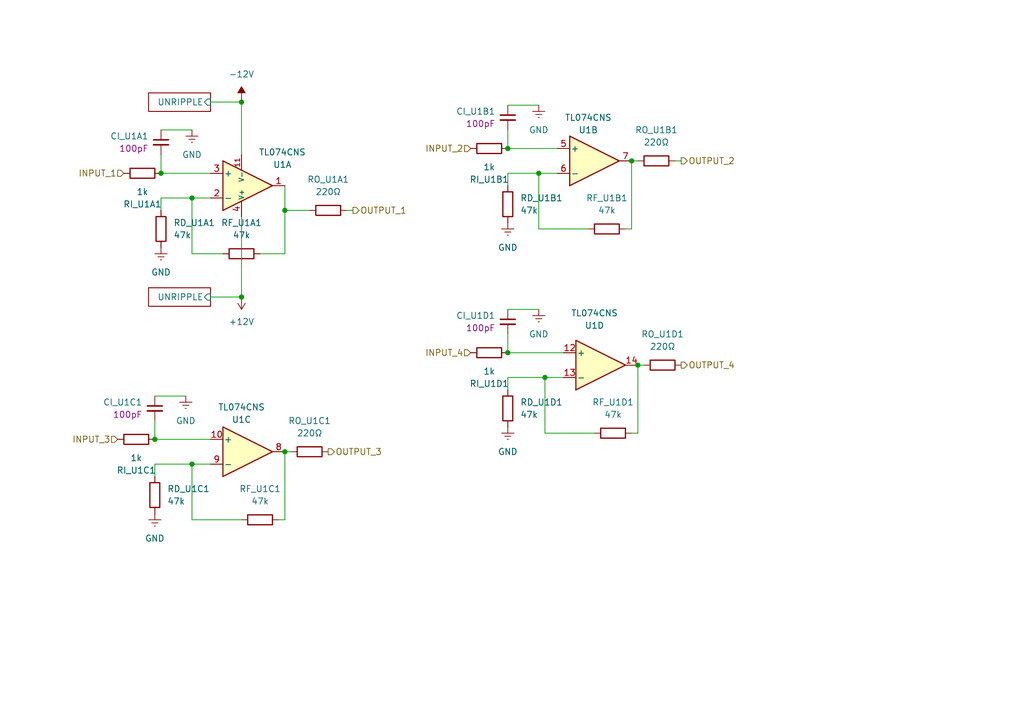
<source format=kicad_sch>
(kicad_sch (version 20250114) (generator "eeschema") (generator_version "9.0")
  (paper "A5")
  (title_block (title "MasterOfMuppets") (rev "0.0.0") (company "y3i12"))
  (lib_symbols
    (symbol "Device:R" (pin_numbers (hide yes)) (pin_names (offset 0))
      (property "Reference" "R" (at 2.032 0 90))
      (property "Value" "R" (at 0 0 90))
      (symbol "R_0_1"
        (rectangle (start -1.016 -2.54) (end 1.016 2.54) (stroke (width 0.254)))
      )
      (symbol "R_1_1"
        (pin passive line (at 0 3.81 270) (length 1.27) (name "~") (number "1"))
        (pin passive line (at 0 -3.81 90) (length 1.27) (name "~") (number "2"))
      )
    )
    (symbol "PCM_4ms_Capacitor:100pF_0603_50V" (pin_numbers (hide yes)) (pin_names (offset 0.254) (hide yes))
      (property "Reference" "C" (at 1.905 1.27 0))
      (property "Display" "100pF" (at 1.905 -1.27 0))
      (symbol "100pF_0603_50V_0_1"
        (polyline (pts (xy -1.524 0.508) (xy 1.524 0.508)) (stroke (width 0.3048)))
        (polyline (pts (xy -1.524 -0.508) (xy 1.524 -0.508)) (stroke (width 0.3302)))
      )
      (symbol "100pF_0603_50V_1_1"
        (pin passive line (at 0 2.54 270) (length 2.032) (name "~") (number "1"))
        (pin passive line (at 0 -2.54 90) (length 2.032) (name "~") (number "2"))
      )
    )
    (symbol "PCM_Amplifier_Operational_AKL:TL074CNS" (pin_names (offset 0.2))
      (property "Reference" "U" (at 1.27 7.62 0))
      (property "Value" "TL074CNS" (at 1.27 5.08 0))
      (symbol "TL074CNS_0_1"
        (polyline (pts (xy -3.81 5.08) (xy -3.81 -5.08) (xy 6.35 0) (xy -3.81 5.08)) (stroke (width 0.254)) (fill (type background)))
      )
      (symbol "TL074CNS_1_1"
        (pin input line (at -6.35 2.54 0) (length 2.54) (name "-") (number "2"))
        (pin input line (at -6.35 -2.54 0) (length 2.54) (name "+") (number "3"))
        (pin power_in line (at 0 6.35 270) (length 3.18) (name "V+") (number "4"))
        (pin power_in line (at 0 -6.35 90) (length 3.18) (name "V-") (number "11"))
        (pin output line (at 8.89 0 180) (length 2.54) (name "~") (number "1"))
      )
      (symbol "TL074CNS_2_1"
        (pin input line (at -6.35 2.54 0) (length 2.54) (name "-") (number "6"))
        (pin input line (at -6.35 -2.54 0) (length 2.54) (name "+") (number "5"))
        (pin output line (at 8.89 0 180) (length 2.54) (name "~") (number "7"))
      )
      (symbol "TL074CNS_3_1"
        (pin input line (at -6.35 2.54 0) (length 2.54) (name "-") (number "9"))
        (pin input line (at -6.35 -2.54 0) (length 2.54) (name "+") (number "10"))
        (pin output line (at 8.89 0 180) (length 2.54) (name "~") (number "8"))
      )
      (symbol "TL074CNS_4_1"
        (pin input line (at -6.35 2.54 0) (length 2.54) (name "-") (number "13"))
        (pin input line (at -6.35 -2.54 0) (length 2.54) (name "+") (number "12"))
        (pin output line (at 8.89 0 180) (length 2.54) (name "~") (number "14"))
      )
    )
    (symbol "power:+12V" (power) (pin_numbers (hide yes)) (pin_names (offset 0) (hide yes))
      (property "Value" "+12V" (at 0 3.556 0))
      (symbol "+12V_0_1"
        (polyline (pts (xy -0.762 1.27) (xy 0 2.54)))
        (polyline (pts (xy 0 2.54) (xy 0.762 1.27)))
        (polyline (pts (xy 0 0) (xy 0 2.54)))
      )
      (symbol "+12V_1_1"
        (pin power_in line (at 0 0 90) (length 0) (name "~") (number "1"))
      )
    )
    (symbol "power:-12V" (power) (pin_numbers (hide yes)) (pin_names (offset 0) (hide yes))
      (property "Value" "-12V" (at 0 3.556 0))
      (symbol "-12V_0_0"
        (pin power_in line (at 0 0 90) (length 0) (name "~") (number "1"))
      )
      (symbol "-12V_0_1"
        (polyline (pts (xy 0 0) (xy 0 1.27) (xy 0.762 1.27) (xy 0 2.54) (xy -0.762 1.27) (xy 0 1.27)) (fill (type outline)))
      )
    )
    (symbol "power:GNDREF" (power) (pin_numbers (hide yes)) (pin_names (offset 0) (hide yes))
      (property "Value" "GNDREF" (at 0 -3.81 0))
      (symbol "GNDREF_0_1"
        (polyline (pts (xy -0.635 -1.905) (xy 0.635 -1.905)))
        (polyline (pts (xy -0.127 -2.54) (xy 0.127 -2.54)))
        (polyline (pts (xy 0 -1.27) (xy 0 0)))
        (polyline (pts (xy 1.27 -1.27) (xy -1.27 -1.27)))
      )
      (symbol "GNDREF_1_1"
        (pin power_in line (at 0 0 270) (length 0) (name "~") (number "1"))
      )
    )
  )
  (junction (at 49.53 20.955))
  (junction (at 104.14 72.39))
  (junction (at 49.53 60.96))
  (junction (at 130.81 74.93))
  (junction (at 104.14 30.48))
  (junction (at 129.54 33.02))
  (junction (at 39.37 40.64))
  (junction (at 110.49 35.56))
  (junction (at 111.76 77.47))
  (junction (at 33.02 35.56))
  (junction (at 31.75 90.17))
  (junction (at 58.42 92.71))
  (junction (at 39.37 95.25))
  (junction (at 58.42 43.18))
  (wire (pts (xy 110.49 35.56) (xy 104.14 35.56)))
  (wire (pts (xy 129.54 46.99) (xy 129.54 33.02)))
  (wire (pts (xy 57.15 106.68) (xy 58.42 106.68)))
  (wire (pts (xy 31.75 90.17) (xy 43.18 90.17)))
  (wire (pts (xy 104.14 77.47) (xy 111.76 77.47)))
  (wire (pts (xy 39.37 95.25) (xy 39.37 106.68)))
  (wire (pts (xy 71.12 43.18) (xy 72.39 43.18)))
  (wire (pts (xy 33.02 40.64) (xy 33.02 43.18)))
  (wire (pts (xy 138.43 33.02) (xy 139.7 33.02)))
  (wire (pts (xy 39.37 106.68) (xy 49.53 106.68)))
  (wire (pts (xy 114.3 35.56) (xy 110.49 35.56)))
  (wire (pts (xy 128.27 46.99) (xy 129.54 46.99)))
  (wire (pts (xy 104.14 68.58) (xy 104.14 72.39)))
  (wire (pts (xy 39.37 52.07) (xy 45.72 52.07)))
  (wire (pts (xy 104.14 21.59) (xy 110.49 21.59)))
  (wire (pts (xy 132.08 74.93) (xy 130.81 74.93)))
  (wire (pts (xy 43.18 20.955) (xy 49.53 20.955)))
  (wire (pts (xy 49.53 20.32) (xy 49.53 20.955)))
  (wire (pts (xy 39.37 40.64) (xy 39.37 52.07)))
  (wire (pts (xy 49.53 44.45) (xy 49.53 60.96)))
  (wire (pts (xy 104.14 30.48) (xy 114.3 30.48)))
  (wire (pts (xy 31.75 81.28) (xy 38.1 81.28)))
  (wire (pts (xy 33.02 31.75) (xy 33.02 35.56)))
  (wire (pts (xy 43.18 60.96) (xy 49.53 60.96)))
  (wire (pts (xy 130.81 88.9) (xy 130.81 74.93)))
  (wire (pts (xy 39.37 40.64) (xy 33.02 40.64)))
  (wire (pts (xy 58.42 43.18) (xy 58.42 38.1)))
  (wire (pts (xy 33.02 26.67) (xy 39.37 26.67)))
  (wire (pts (xy 111.76 77.47) (xy 115.57 77.47)))
  (wire (pts (xy 31.75 86.36) (xy 31.75 90.17)))
  (wire (pts (xy 110.49 46.99) (xy 110.49 35.56)))
  (wire (pts (xy 104.14 35.56) (xy 104.14 38.1)))
  (wire (pts (xy 111.76 77.47) (xy 111.76 88.9)))
  (wire (pts (xy 43.18 40.64) (xy 39.37 40.64)))
  (wire (pts (xy 104.14 63.5) (xy 110.49 63.5)))
  (wire (pts (xy 58.42 52.07) (xy 58.42 43.18)))
  (wire (pts (xy 129.54 88.9) (xy 130.81 88.9)))
  (wire (pts (xy 104.14 80.01) (xy 104.14 77.47)))
  (wire (pts (xy 31.75 95.25) (xy 31.75 97.79)))
  (wire (pts (xy 63.5 43.18) (xy 58.42 43.18)))
  (wire (pts (xy 111.76 88.9) (xy 121.92 88.9)))
  (wire (pts (xy 104.14 72.39) (xy 115.57 72.39)))
  (wire (pts (xy 39.37 95.25) (xy 31.75 95.25)))
  (wire (pts (xy 130.81 33.02) (xy 129.54 33.02)))
  (wire (pts (xy 104.14 26.67) (xy 104.14 30.48)))
  (wire (pts (xy 33.02 35.56) (xy 43.18 35.56)))
  (wire (pts (xy 43.18 95.25) (xy 39.37 95.25)))
  (wire (pts (xy 53.34 52.07) (xy 58.42 52.07)))
  (wire (pts (xy 59.69 92.71) (xy 58.42 92.71)))
  (wire (pts (xy 110.49 46.99) (xy 120.65 46.99)))
  (wire (pts (xy 49.53 20.955) (xy 49.53 31.75)))
  (wire (pts (xy 58.42 106.68) (xy 58.42 92.71)))
  (hierarchical_label "OUTPUT_3" (shape output) (at 67.31 92.71 0))
  (hierarchical_label "INPUT_1" (shape input) (at 25.4 35.56 180))
  (hierarchical_label "OUTPUT_1" (shape output) (at 72.39 43.18 0))
  (hierarchical_label "OUTPUT_2" (shape output) (at 139.7 33.02 0))
  (hierarchical_label "INPUT_2" (shape input) (at 96.52 30.48 180))
  (hierarchical_label "OUTPUT_4" (shape output) (at 139.7 74.93 0))
  (hierarchical_label "INPUT_4" (shape input) (at 96.52 72.39 180))
  (hierarchical_label "INPUT_3" (shape input) (at 24.13 90.17 180))
  (symbol (lib_id "Device:R") (at 134.62 33.02 90) (unit 1)
    (property "Reference" "RO_U1B1" (at 134.62 26.67 90))
    (property "Value" "220Ω" (at 134.62 29.21 90))
    (property "Footprint" "Resistor_SMD:R_0603_1608Metric_Pad0.98x0.95mm_HandSolder" (effects (hide yes)))
    (property "Description" "Resistor" (effects (hide yes)))
  )
  (symbol (lib_id "power:GNDREF") (at 110.49 63.5 0) (unit 1)
    (property "Reference" "#PWR010" (effects (hide yes)))
    (property "Value" "GND" (at 110.49 68.58 0))
    (property "Description" "Power symbol creates a global label with name \"GNDREF\" , reference supply ground" (effects (hide yes)))
  )
  (symbol (lib_id "Device:R") (at 100.33 30.48 90) (mirror x) (unit 1)
    (property "Reference" "RI_U1B1" (at 100.33 36.83 90))
    (property "Value" "1k" (at 100.33 34.29 90))
    (property "Footprint" "Resistor_SMD:R_0603_1608Metric_Pad0.98x0.95mm_HandSolder" (effects (hide yes)))
    (property "Description" "Resistor" (effects (hide yes)))
  )
  (symbol (lib_id "power:GNDREF") (at 31.75 105.41 0) (unit 1)
    (property "Reference" "#PWR01" (effects (hide yes)))
    (property "Value" "GND" (at 31.75 110.49 0))
    (property "Description" "Power symbol creates a global label with name \"GNDREF\" , reference supply ground" (effects (hide yes)))
  )
  (symbol (lib_id "Device:R") (at 100.33 72.39 90) (mirror x) (unit 1)
    (property "Reference" "RI_U1D1" (at 100.33 78.74 90))
    (property "Value" "1k" (at 100.33 76.2 90))
    (property "Footprint" "Resistor_SMD:R_0603_1608Metric_Pad0.98x0.95mm_HandSolder" (effects (hide yes)))
    (property "Description" "Resistor" (effects (hide yes)))
  )
  (symbol (lib_id "Device:R") (at 31.75 101.6 0) (unit 1)
    (property "Reference" "RD_U1C1" (at 34.29 100.3299 0) (effects (justify left)))
    (property "Value" "47k" (at 34.29 102.8699 0) (effects (justify left)))
    (property "Footprint" "Resistor_SMD:R_0603_1608Metric_Pad0.98x0.95mm_HandSolder" (effects (hide yes)))
    (property "Description" "Resistor" (effects (hide yes)))
  )
  (symbol (lib_id "PCM_4ms_Capacitor:100pF_0603_50V") (at 33.02 29.21 0) (mirror y) (unit 1)
    (property "Reference" "CI_U1A1" (at 30.48 27.9462 0) (effects (justify left)))
    (property "Value" "100pF_0603_50V" (effects (hide yes)))
    (property "Footprint" "PCM_4ms_Capacitor:C_0603" (effects (hide yes)))
    (property "Description" "100pF, Min. 50V 10%, NP0" (effects (hide yes)))
    (property "Specifications" "100pF, Min. 50V 10% NP0 or C0G" (effects (hide yes)))
    (property "Manufacturer" "Yageo" (effects (hide yes)))
    (property "Part Number" "CC0603JRNPO9BN101" (effects (hide yes)))
    (property "Display" "100pF" (at 30.48 30.4862 0) (effects (justify left)))
    (property "JLCPCB ID" "C14858" (effects (hide yes)))
  )
  (symbol (lib_id "Device:R") (at 135.89 74.93 90) (unit 1)
    (property "Reference" "RO_U1D1" (at 135.89 68.58 90))
    (property "Value" "220Ω" (at 135.89 71.12 90))
    (property "Footprint" "Resistor_SMD:R_0603_1608Metric_Pad0.98x0.95mm_HandSolder" (effects (hide yes)))
    (property "Description" "Resistor" (effects (hide yes)))
  )
  (symbol (lib_id "power:GNDREF") (at 104.14 45.72 0) (unit 1)
    (property "Reference" "#PWR07" (effects (hide yes)))
    (property "Value" "GND" (at 104.14 50.8 0))
    (property "Description" "Power symbol creates a global label with name \"GNDREF\" , reference supply ground" (effects (hide yes)))
  )
  (symbol (lib_id "power:+12V") (at 49.53 60.96 0) (mirror x) (unit 1)
    (property "Reference" "#PWR05" (effects (hide yes)))
    (property "Value" "+12V" (at 49.53 66.04 0))
    (property "Description" "Power symbol creates a global label with name \"+12V\"" (effects (hide yes)))
  )
  (symbol (lib_id "Device:R") (at 33.02 46.99 0) (unit 1)
    (property "Reference" "RD_U1A1" (at 35.56 45.7199 0) (effects (justify left)))
    (property "Value" "47k" (at 35.56 48.2599 0) (effects (justify left)))
    (property "Footprint" "Resistor_SMD:R_0603_1608Metric_Pad0.98x0.95mm_HandSolder" (effects (hide yes)))
    (property "Description" "Resistor" (effects (hide yes)))
  )
  (symbol (lib_id "Device:R") (at 29.21 35.56 90) (mirror x) (unit 1)
    (property "Reference" "RI_U1A1" (at 29.21 41.91 90))
    (property "Value" "1k" (at 29.21 39.37 90))
    (property "Footprint" "Resistor_SMD:R_0603_1608Metric_Pad0.98x0.95mm_HandSolder" (effects (hide yes)))
    (property "Description" "Resistor" (effects (hide yes)))
  )
  (symbol (lib_id "PCM_Amplifier_Operational_AKL:TL074CNS") (at 120.65 33.02 0) (mirror x) (unit 2)
    (property "Reference" "U1" (at 120.65 26.67 0))
    (property "Value" "TL074CNS" (at 120.65 24.13 0))
    (property "Footprint" "PCM_Package_SO_AKL:SO-14_5.3x10.2mm_P1.27mm" (effects (hide yes)))
    (property "Datasheet" "https://www.ti.com/lit/ds/symlink/tl072h.pdf?ts=1635057479364" (effects (hide yes)))
    (property "Description" "SO-14 Quad JFET Low Noise Operational Amplifier, 10mV Offset, 8nV/√Hz Noise, 1MHz GBW, Alternate KiCAD Library" (effects (hide yes)))
  )
  (symbol (lib_id "Device:R") (at 63.5 92.71 90) (unit 1)
    (property "Reference" "RO_U1C1" (at 63.5 86.36 90))
    (property "Value" "220Ω" (at 63.5 88.9 90))
    (property "Footprint" "Resistor_SMD:R_0603_1608Metric_Pad0.98x0.95mm_HandSolder" (effects (hide yes)))
    (property "Description" "Resistor" (effects (hide yes)))
  )
  (symbol (lib_id "power:GNDREF") (at 33.02 50.8 0) (unit 1)
    (property "Reference" "#PWR02" (effects (hide yes)))
    (property "Value" "GND" (at 33.02 55.88 0))
    (property "Description" "Power symbol creates a global label with name \"GNDREF\" , reference supply ground" (effects (hide yes)))
  )
  (symbol (lib_id "power:GNDREF") (at 38.1 81.28 0) (unit 1)
    (property "Reference" "#PWR03" (effects (hide yes)))
    (property "Value" "GND" (at 38.1 86.36 0))
    (property "Description" "Power symbol creates a global label with name \"GNDREF\" , reference supply ground" (effects (hide yes)))
  )
  (symbol (lib_id "PCM_Amplifier_Operational_AKL:TL074CNS") (at 121.92 74.93 0) (mirror x) (unit 4)
    (property "Reference" "U1" (at 121.92 66.802 0))
    (property "Value" "TL074CNS" (at 121.92 64.262 0))
    (property "Footprint" "PCM_Package_SO_AKL:SO-14_5.3x10.2mm_P1.27mm" (effects (hide yes)))
    (property "Datasheet" "https://www.ti.com/lit/ds/symlink/tl072h.pdf?ts=1635057479364" (effects (hide yes)))
    (property "Description" "SO-14 Quad JFET Low Noise Operational Amplifier, 10mV Offset, 8nV/√Hz Noise, 1MHz GBW, Alternate KiCAD Library" (effects (hide yes)))
  )
  (symbol (lib_id "Device:R") (at 125.73 88.9 90) (unit 1)
    (property "Reference" "RF_U1D1" (at 125.73 82.55 90))
    (property "Value" "47k" (at 125.73 85.09 90))
    (property "Footprint" "Resistor_SMD:R_0603_1608Metric_Pad0.98x0.95mm_HandSolder" (effects (hide yes)))
    (property "Description" "Resistor" (effects (hide yes)))
  )
  (symbol (lib_id "Device:R") (at 124.46 46.99 90) (unit 1)
    (property "Reference" "RF_U1B1" (at 124.46 40.64 90))
    (property "Value" "47k" (at 124.46 43.18 90))
    (property "Footprint" "Resistor_SMD:R_0603_1608Metric_Pad0.98x0.95mm_HandSolder" (effects (hide yes)))
    (property "Description" "Resistor" (effects (hide yes)))
  )
  (symbol (lib_id "Device:R") (at 67.31 43.18 90) (unit 1)
    (property "Reference" "RO_U1A1" (at 67.31 36.83 90))
    (property "Value" "220Ω" (at 67.31 39.37 90))
    (property "Footprint" "Resistor_SMD:R_0603_1608Metric_Pad0.98x0.95mm_HandSolder" (effects (hide yes)))
    (property "Description" "Resistor" (effects (hide yes)))
  )
  (symbol (lib_id "power:GNDREF") (at 110.49 21.59 0) (unit 1)
    (property "Reference" "#PWR09" (effects (hide yes)))
    (property "Value" "GND" (at 110.49 26.67 0))
    (property "Description" "Power symbol creates a global label with name \"GNDREF\" , reference supply ground" (effects (hide yes)))
  )
  (symbol (lib_id "PCM_4ms_Capacitor:100pF_0603_50V") (at 104.14 24.13 0) (mirror y) (unit 1)
    (property "Reference" "CI_U1B1" (at 101.6 22.8662 0) (effects (justify left)))
    (property "Value" "100pF_0603_50V" (effects (hide yes)))
    (property "Footprint" "PCM_4ms_Capacitor:C_0603" (effects (hide yes)))
    (property "Description" "100pF, Min. 50V 10%, NP0" (effects (hide yes)))
    (property "Specifications" "100pF, Min. 50V 10% NP0 or C0G" (effects (hide yes)))
    (property "Manufacturer" "Yageo" (effects (hide yes)))
    (property "Part Number" "CC0603JRNPO9BN101" (effects (hide yes)))
    (property "Display" "100pF" (at 101.6 25.4062 0) (effects (justify left)))
    (property "JLCPCB ID" "C14858" (effects (hide yes)))
  )
  (symbol (lib_id "Device:R") (at 49.53 52.07 90) (unit 1)
    (property "Reference" "RF_U1A1" (at 49.53 45.72 90))
    (property "Value" "47k" (at 49.53 48.26 90))
    (property "Footprint" "Resistor_SMD:R_0603_1608Metric_Pad0.98x0.95mm_HandSolder" (effects (hide yes)))
    (property "Description" "Resistor" (effects (hide yes)))
  )
  (symbol (lib_id "power:GNDREF") (at 104.14 87.63 0) (unit 1)
    (property "Reference" "#PWR08" (effects (hide yes)))
    (property "Value" "GND" (at 104.14 92.71 0))
    (property "Description" "Power symbol creates a global label with name \"GNDREF\" , reference supply ground" (effects (hide yes)))
  )
  (symbol (lib_id "PCM_4ms_Capacitor:100pF_0603_50V") (at 104.14 66.04 0) (mirror y) (unit 1)
    (property "Reference" "CI_U1D1" (at 101.6 64.7762 0) (effects (justify left)))
    (property "Value" "100pF_0603_50V" (effects (hide yes)))
    (property "Footprint" "PCM_4ms_Capacitor:C_0603" (effects (hide yes)))
    (property "Description" "100pF, Min. 50V 10%, NP0" (effects (hide yes)))
    (property "Specifications" "100pF, Min. 50V 10% NP0 or C0G" (effects (hide yes)))
    (property "Manufacturer" "Yageo" (effects (hide yes)))
    (property "Part Number" "CC0603JRNPO9BN101" (effects (hide yes)))
    (property "Display" "100pF" (at 101.6 67.3162 0) (effects (justify left)))
    (property "JLCPCB ID" "C14858" (effects (hide yes)))
  )
  (symbol (lib_id "Device:R") (at 27.94 90.17 90) (mirror x) (unit 1)
    (property "Reference" "RI_U1C1" (at 27.94 96.52 90))
    (property "Value" "1k" (at 27.94 93.98 90))
    (property "Footprint" "Resistor_SMD:R_0603_1608Metric_Pad0.98x0.95mm_HandSolder" (effects (hide yes)))
    (property "Description" "Resistor" (effects (hide yes)))
  )
  (symbol (lib_id "Device:R") (at 104.14 41.91 0) (unit 1)
    (property "Reference" "RD_U1B1" (at 106.68 40.6399 0) (effects (justify left)))
    (property "Value" "47k" (at 106.68 43.1799 0) (effects (justify left)))
    (property "Footprint" "Resistor_SMD:R_0603_1608Metric_Pad0.98x0.95mm_HandSolder" (effects (hide yes)))
    (property "Description" "Resistor" (effects (hide yes)))
  )
  (symbol (lib_id "PCM_4ms_Capacitor:100pF_0603_50V") (at 31.75 83.82 0) (mirror y) (unit 1)
    (property "Reference" "CI_U1C1" (at 29.21 82.5562 0) (effects (justify left)))
    (property "Value" "100pF_0603_50V" (effects (hide yes)))
    (property "Footprint" "PCM_4ms_Capacitor:C_0603" (effects (hide yes)))
    (property "Description" "100pF, Min. 50V 10%, NP0" (effects (hide yes)))
    (property "Specifications" "100pF, Min. 50V 10% NP0 or C0G" (effects (hide yes)))
    (property "Manufacturer" "Yageo" (effects (hide yes)))
    (property "Part Number" "CC0603JRNPO9BN101" (effects (hide yes)))
    (property "Display" "100pF" (at 29.21 85.0962 0) (effects (justify left)))
    (property "JLCPCB ID" "C14858" (effects (hide yes)))
  )
  (symbol (lib_id "power:-12V") (at 49.53 20.32 0) (mirror y) (unit 1)
    (property "Reference" "#PWR06" (effects (hide yes)))
    (property "Value" "-12V" (at 49.53 15.24 0))
    (property "Description" "Power symbol creates a global label with name \"-12V\"" (effects (hide yes)))
  )
  (symbol (lib_id "power:GNDREF") (at 39.37 26.67 0) (unit 1)
    (property "Reference" "#PWR04" (effects (hide yes)))
    (property "Value" "GND" (at 39.37 31.75 0))
    (property "Description" "Power symbol creates a global label with name \"GNDREF\" , reference supply ground" (effects (hide yes)))
  )
  (symbol (lib_id "PCM_Amplifier_Operational_AKL:TL074CNS") (at 49.53 92.71 0) (mirror x) (unit 3)
    (property "Reference" "U1" (at 49.53 86.106 0))
    (property "Value" "TL074CNS" (at 49.53 83.566 0))
    (property "Footprint" "PCM_Package_SO_AKL:SO-14_5.3x10.2mm_P1.27mm" (effects (hide yes)))
    (property "Datasheet" "https://www.ti.com/lit/ds/symlink/tl072h.pdf?ts=1635057479364" (effects (hide yes)))
    (property "Description" "SO-14 Quad JFET Low Noise Operational Amplifier, 10mV Offset, 8nV/√Hz Noise, 1MHz GBW, Alternate KiCAD Library" (effects (hide yes)))
  )
  (symbol (lib_id "PCM_Amplifier_Operational_AKL:TL074CNS") (at 49.53 38.1 0) (mirror x) (unit 1)
    (property "Reference" "U1" (at 57.912 33.782 0))
    (property "Value" "TL074CNS" (at 57.912 31.242 0))
    (property "Footprint" "PCM_Package_SO_AKL:SO-14_5.3x10.2mm_P1.27mm" (effects (hide yes)))
    (property "Datasheet" "https://www.ti.com/lit/ds/symlink/tl072h.pdf?ts=1635057479364" (effects (hide yes)))
    (property "Description" "SO-14 Quad JFET Low Noise Operational Amplifier, 10mV Offset, 8nV/√Hz Noise, 1MHz GBW, Alternate KiCAD Library" (effects (hide yes)))
  )
  (symbol (lib_id "Device:R") (at 53.34 106.68 90) (unit 1)
    (property "Reference" "RF_U1C1" (at 53.34 100.33 90))
    (property "Value" "47k" (at 53.34 102.87 90))
    (property "Footprint" "Resistor_SMD:R_0603_1608Metric_Pad0.98x0.95mm_HandSolder" (effects (hide yes)))
    (property "Description" "Resistor" (effects (hide yes)))
  )
  (symbol (lib_id "Device:R") (at 104.14 83.82 0) (unit 1)
    (property "Reference" "RD_U1D1" (at 106.68 82.5499 0) (effects (justify left)))
    (property "Value" "47k" (at 106.68 85.0899 0) (effects (justify left)))
    (property "Footprint" "Resistor_SMD:R_0603_1608Metric_Pad0.98x0.95mm_HandSolder" (effects (hide yes)))
    (property "Description" "Resistor" (effects (hide yes)))
  )
  (sheet (at 30.48 19.05) (size 12.7 3.81) (stroke (width 0.1524))
    (property "Sheetname" "UNRIPPLE_MODULE2" (effects (hide yes)))
    (property "Sheetfile" "../unripple_module/unripple_module.kicad_sch" (effects (hide yes)))
    (pin "UNRIPPLE" input (at 43.18 20.955 0))
  )
  (sheet (at 30.48 59.055) (size 12.7 3.81) (stroke (width 0.1524))
    (property "Sheetname" "UNRIPPLE_MODULE1" (effects (hide yes)))
    (property "Sheetfile" "../unripple_module/unripple_module.kicad_sch" (effects (hide yes)))
    (pin "UNRIPPLE" input (at 43.18 60.96 0))
  )
)
</source>
